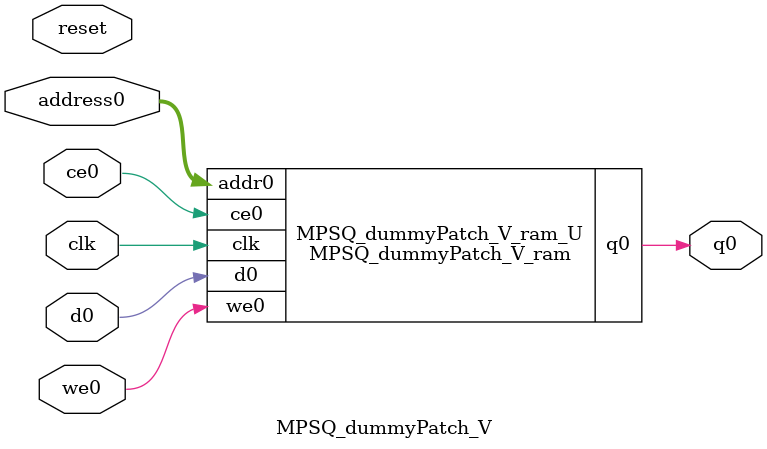
<source format=v>
`timescale 1 ns / 1 ps
module MPSQ_dummyPatch_V_ram (addr0, ce0, d0, we0, q0,  clk);

parameter DWIDTH = 1;
parameter AWIDTH = 7;
parameter MEM_SIZE = 80;

input[AWIDTH-1:0] addr0;
input ce0;
input[DWIDTH-1:0] d0;
input we0;
output reg[DWIDTH-1:0] q0;
input clk;

reg [DWIDTH-1:0] ram[0:MEM_SIZE-1];




always @(posedge clk)  
begin 
    if (ce0) begin
        if (we0) 
            ram[addr0] <= d0; 
        q0 <= ram[addr0];
    end
end


endmodule

`timescale 1 ns / 1 ps
module MPSQ_dummyPatch_V(
    reset,
    clk,
    address0,
    ce0,
    we0,
    d0,
    q0);

parameter DataWidth = 32'd1;
parameter AddressRange = 32'd80;
parameter AddressWidth = 32'd7;
input reset;
input clk;
input[AddressWidth - 1:0] address0;
input ce0;
input we0;
input[DataWidth - 1:0] d0;
output[DataWidth - 1:0] q0;



MPSQ_dummyPatch_V_ram MPSQ_dummyPatch_V_ram_U(
    .clk( clk ),
    .addr0( address0 ),
    .ce0( ce0 ),
    .we0( we0 ),
    .d0( d0 ),
    .q0( q0 ));

endmodule


</source>
